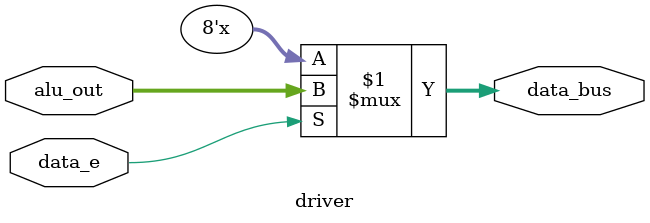
<source format=v>
module driver (
    input data_e,
    input [7:0] alu_out,
    output [7:0] data_bus
);
    assign data_bus = (data_e) ? alu_out : 8'bz;
endmodule
</source>
